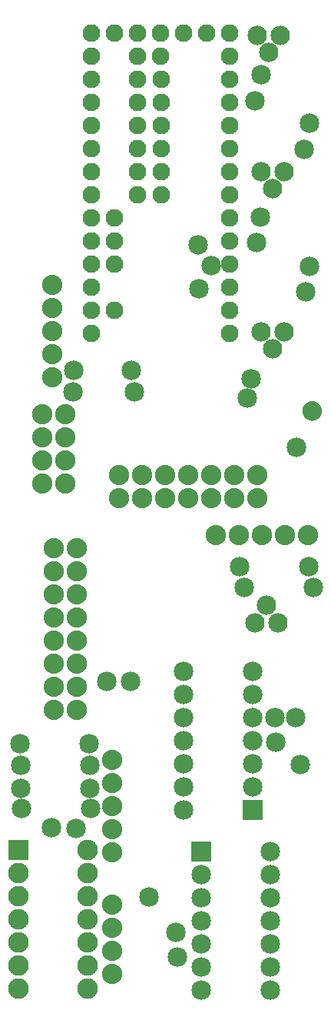
<source format=gbs>
G04 MADE WITH FRITZING*
G04 WWW.FRITZING.ORG*
G04 DOUBLE SIDED*
G04 HOLES PLATED*
G04 CONTOUR ON CENTER OF CONTOUR VECTOR*
%ASAXBY*%
%FSLAX23Y23*%
%MOIN*%
%OFA0B0*%
%SFA1.0B1.0*%
%ADD10C,0.088000*%
%ADD11C,0.085000*%
%ADD12C,0.089370*%
%ADD13C,0.084000*%
%ADD14C,0.035000*%
%ADD15C,0.076667*%
%ADD16R,0.089370X0.089370*%
%ADD17R,0.085000X0.085000*%
%ADD18R,0.001000X0.001000*%
%LNMASK0*%
G90*
G70*
G54D10*
X237Y3210D03*
X237Y3110D03*
X237Y3010D03*
X237Y2910D03*
X237Y2810D03*
X528Y2285D03*
X628Y2285D03*
X728Y2285D03*
X828Y2285D03*
X928Y2285D03*
X1028Y2285D03*
X1128Y2285D03*
X528Y2285D03*
X628Y2285D03*
X728Y2285D03*
X828Y2285D03*
X928Y2285D03*
X1028Y2285D03*
X1128Y2285D03*
X1128Y2385D03*
X1028Y2385D03*
X928Y2385D03*
X828Y2385D03*
X728Y2385D03*
X628Y2385D03*
X528Y2385D03*
G54D11*
X330Y2841D03*
X580Y2841D03*
X328Y2748D03*
X593Y2748D03*
G54D10*
X245Y2069D03*
X245Y1969D03*
X245Y1869D03*
X245Y1769D03*
X245Y1669D03*
X245Y1569D03*
X245Y1469D03*
X245Y1369D03*
X245Y2069D03*
X245Y1969D03*
X245Y1869D03*
X245Y1769D03*
X245Y1669D03*
X245Y1569D03*
X245Y1469D03*
X245Y1369D03*
X345Y1369D03*
X345Y1469D03*
X345Y1569D03*
X345Y1669D03*
X345Y1769D03*
X345Y1869D03*
X345Y1969D03*
X345Y2069D03*
G54D12*
X89Y762D03*
X389Y762D03*
X89Y662D03*
X389Y662D03*
X89Y562D03*
X389Y562D03*
X89Y462D03*
X389Y462D03*
X89Y362D03*
X389Y362D03*
X89Y262D03*
X389Y262D03*
X89Y162D03*
X389Y162D03*
G54D10*
X292Y2351D03*
X292Y2451D03*
X292Y2551D03*
X292Y2651D03*
X292Y2351D03*
X292Y2451D03*
X292Y2551D03*
X292Y2651D03*
X192Y2651D03*
X192Y2551D03*
X192Y2451D03*
X192Y2351D03*
G54D11*
X577Y1494D03*
X341Y857D03*
G54D13*
X1226Y4291D03*
X1176Y4216D03*
X1126Y4291D03*
G54D11*
X781Y300D03*
X1294Y1336D03*
G54D13*
X1244Y3701D03*
X1194Y3626D03*
X1144Y3701D03*
G54D11*
X1208Y1230D03*
X772Y407D03*
G54D13*
X1116Y1747D03*
X1166Y1822D03*
X1216Y1747D03*
G54D11*
X873Y3194D03*
X656Y561D03*
G54D13*
X1242Y3007D03*
X1192Y2932D03*
X1142Y3007D03*
G54D11*
X926Y3294D03*
X1313Y1132D03*
X1329Y3796D03*
X1117Y4008D03*
X870Y3384D03*
X1203Y1335D03*
X1337Y3181D03*
X1124Y3393D03*
X232Y859D03*
X472Y1493D03*
X1350Y1989D03*
X1050Y1989D03*
X1296Y2507D03*
X1084Y2719D03*
X1143Y4121D03*
X1355Y3909D03*
X1140Y3504D03*
X1352Y3291D03*
X1071Y1900D03*
X1371Y1900D03*
X1099Y2802D03*
G54D14*
X1366Y2664D03*
G54D11*
X403Y943D03*
X103Y943D03*
X399Y1031D03*
X99Y1031D03*
X401Y1129D03*
X101Y1129D03*
X398Y1223D03*
X98Y1223D03*
X1106Y937D03*
X806Y937D03*
X1106Y1037D03*
X806Y1037D03*
X1106Y1137D03*
X806Y1137D03*
X1106Y1237D03*
X806Y1237D03*
X1106Y1337D03*
X806Y1337D03*
X1106Y1437D03*
X806Y1437D03*
X1106Y1537D03*
X806Y1537D03*
X882Y758D03*
X1182Y758D03*
X882Y658D03*
X1182Y658D03*
X882Y558D03*
X1182Y558D03*
X882Y458D03*
X1182Y458D03*
X882Y358D03*
X1182Y358D03*
X882Y258D03*
X1182Y258D03*
X882Y158D03*
X1182Y158D03*
G54D10*
X497Y228D03*
X497Y328D03*
X497Y428D03*
X497Y528D03*
X947Y2128D03*
X1047Y2128D03*
X1147Y2128D03*
X1247Y2128D03*
X1347Y2128D03*
X497Y753D03*
X497Y853D03*
X497Y953D03*
X497Y1053D03*
X497Y1153D03*
G54D15*
X408Y4300D03*
X408Y4200D03*
X408Y4100D03*
X408Y4000D03*
X408Y3900D03*
X408Y3800D03*
X408Y3700D03*
X408Y3600D03*
X408Y3500D03*
X408Y3400D03*
X408Y3300D03*
X408Y3200D03*
X408Y3100D03*
X408Y3000D03*
X508Y3100D03*
X1008Y4300D03*
X1008Y4200D03*
X1008Y4100D03*
X1008Y4000D03*
X1008Y3900D03*
X1008Y3800D03*
X1008Y3700D03*
X1008Y3600D03*
X1008Y3500D03*
X1008Y3400D03*
X1008Y3300D03*
X1008Y3200D03*
X1008Y3100D03*
X1008Y3000D03*
X508Y3400D03*
X508Y3300D03*
X508Y3500D03*
X808Y4300D03*
X908Y4300D03*
X708Y4300D03*
X508Y4300D03*
X608Y4300D03*
X408Y4300D03*
X408Y4200D03*
X408Y4100D03*
X408Y4000D03*
X408Y3900D03*
X408Y3800D03*
X408Y3700D03*
X408Y3600D03*
X408Y3500D03*
X408Y3400D03*
X408Y3300D03*
X408Y3200D03*
X408Y3100D03*
X408Y3000D03*
X508Y3100D03*
X1008Y4300D03*
X1008Y4200D03*
X1008Y4100D03*
X1008Y4000D03*
X1008Y3900D03*
X1008Y3800D03*
X1008Y3700D03*
X1008Y3600D03*
X1008Y3500D03*
X1008Y3400D03*
X1008Y3300D03*
X1008Y3200D03*
X1008Y3100D03*
X1008Y3000D03*
X508Y3400D03*
X508Y3300D03*
X508Y3500D03*
X808Y4300D03*
X908Y4300D03*
X708Y4300D03*
X508Y4300D03*
X608Y4300D03*
X608Y4200D03*
X608Y4200D03*
X708Y4200D03*
X708Y4200D03*
X710Y4100D03*
X710Y4000D03*
X710Y3900D03*
X710Y3800D03*
X710Y3700D03*
X710Y3600D03*
X710Y4100D03*
X710Y4000D03*
X710Y3900D03*
X710Y3800D03*
X710Y3700D03*
X710Y3600D03*
X608Y4100D03*
X608Y4000D03*
X608Y3900D03*
X608Y3800D03*
X608Y3700D03*
X608Y3600D03*
X608Y4100D03*
X608Y4000D03*
X608Y3900D03*
X608Y3800D03*
X608Y3700D03*
X608Y3600D03*
G54D16*
X89Y762D03*
G54D17*
X1106Y937D03*
X882Y758D03*
G54D18*
X1358Y2706D02*
X1372Y2706D01*
X1354Y2705D02*
X1376Y2705D01*
X1351Y2704D02*
X1379Y2704D01*
X1348Y2703D02*
X1382Y2703D01*
X1346Y2702D02*
X1384Y2702D01*
X1344Y2701D02*
X1385Y2701D01*
X1343Y2700D02*
X1387Y2700D01*
X1341Y2699D02*
X1389Y2699D01*
X1340Y2698D02*
X1390Y2698D01*
X1338Y2697D02*
X1391Y2697D01*
X1337Y2696D02*
X1392Y2696D01*
X1336Y2695D02*
X1393Y2695D01*
X1335Y2694D02*
X1395Y2694D01*
X1334Y2693D02*
X1395Y2693D01*
X1333Y2692D02*
X1396Y2692D01*
X1332Y2691D02*
X1397Y2691D01*
X1332Y2690D02*
X1398Y2690D01*
X1331Y2689D02*
X1399Y2689D01*
X1330Y2688D02*
X1399Y2688D01*
X1330Y2687D02*
X1400Y2687D01*
X1329Y2686D02*
X1401Y2686D01*
X1328Y2685D02*
X1401Y2685D01*
X1328Y2684D02*
X1402Y2684D01*
X1327Y2683D02*
X1402Y2683D01*
X1327Y2682D02*
X1403Y2682D01*
X1326Y2681D02*
X1403Y2681D01*
X1326Y2680D02*
X1404Y2680D01*
X1326Y2679D02*
X1404Y2679D01*
X1325Y2678D02*
X1404Y2678D01*
X1325Y2677D02*
X1405Y2677D01*
X1325Y2676D02*
X1405Y2676D01*
X1324Y2675D02*
X1405Y2675D01*
X1324Y2674D02*
X1406Y2674D01*
X1324Y2673D02*
X1406Y2673D01*
X1324Y2672D02*
X1406Y2672D01*
X1323Y2671D02*
X1406Y2671D01*
X1323Y2670D02*
X1406Y2670D01*
X1323Y2669D02*
X1406Y2669D01*
X1323Y2668D02*
X1407Y2668D01*
X1323Y2667D02*
X1407Y2667D01*
X1323Y2666D02*
X1407Y2666D01*
X1323Y2665D02*
X1407Y2665D01*
X1323Y2664D02*
X1407Y2664D01*
X1323Y2663D02*
X1407Y2663D01*
X1323Y2662D02*
X1407Y2662D01*
X1323Y2661D02*
X1407Y2661D01*
X1323Y2660D02*
X1407Y2660D01*
X1323Y2659D02*
X1406Y2659D01*
X1323Y2658D02*
X1406Y2658D01*
X1324Y2657D02*
X1406Y2657D01*
X1324Y2656D02*
X1406Y2656D01*
X1324Y2655D02*
X1406Y2655D01*
X1324Y2654D02*
X1405Y2654D01*
X1324Y2653D02*
X1405Y2653D01*
X1325Y2652D02*
X1405Y2652D01*
X1325Y2651D02*
X1405Y2651D01*
X1325Y2650D02*
X1404Y2650D01*
X1326Y2649D02*
X1404Y2649D01*
X1326Y2648D02*
X1404Y2648D01*
X1327Y2647D02*
X1403Y2647D01*
X1327Y2646D02*
X1403Y2646D01*
X1328Y2645D02*
X1402Y2645D01*
X1328Y2644D02*
X1402Y2644D01*
X1329Y2643D02*
X1401Y2643D01*
X1329Y2642D02*
X1400Y2642D01*
X1330Y2641D02*
X1400Y2641D01*
X1330Y2640D02*
X1399Y2640D01*
X1331Y2639D02*
X1398Y2639D01*
X1332Y2638D02*
X1398Y2638D01*
X1333Y2637D02*
X1397Y2637D01*
X1334Y2636D02*
X1396Y2636D01*
X1335Y2635D02*
X1395Y2635D01*
X1335Y2634D02*
X1394Y2634D01*
X1337Y2633D02*
X1393Y2633D01*
X1338Y2632D02*
X1392Y2632D01*
X1339Y2631D02*
X1391Y2631D01*
X1340Y2630D02*
X1389Y2630D01*
X1342Y2629D02*
X1388Y2629D01*
X1343Y2628D02*
X1386Y2628D01*
X1345Y2627D02*
X1385Y2627D01*
X1347Y2626D02*
X1383Y2626D01*
X1349Y2625D02*
X1381Y2625D01*
X1352Y2624D02*
X1378Y2624D01*
X1355Y2623D02*
X1374Y2623D01*
X1361Y2622D02*
X1368Y2622D01*
D02*
G04 End of Mask0*
M02*
</source>
